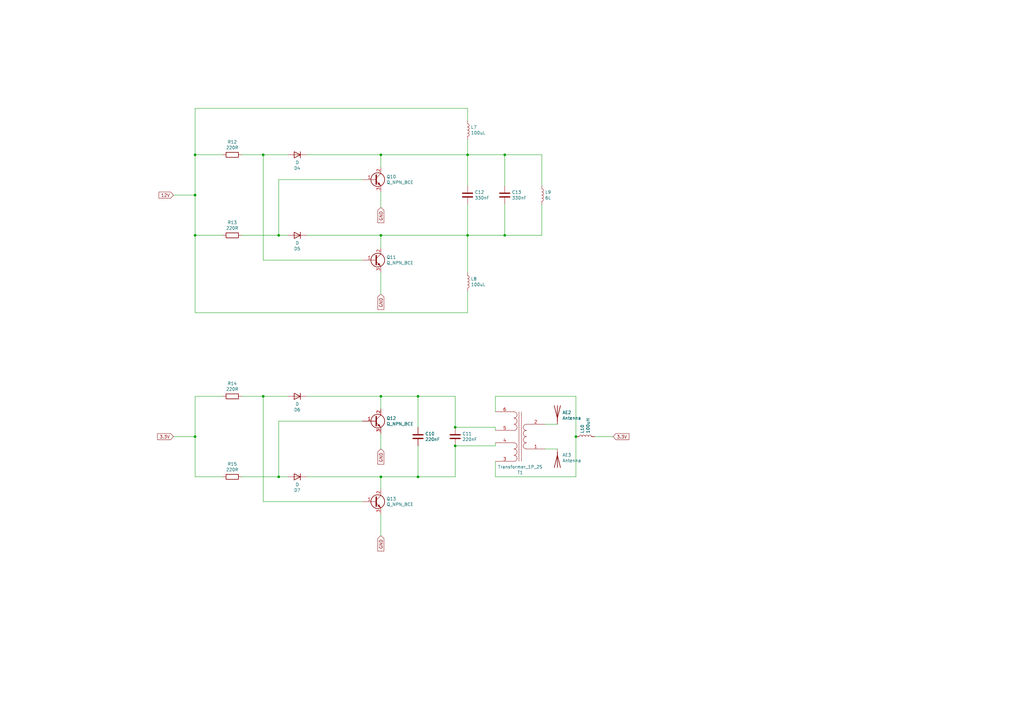
<source format=kicad_sch>
(kicad_sch (version 20211123) (generator eeschema)
  (paper "A3")
  (title_block (date "2022-03-09"))
  (lib_symbols
    (symbol "Device:Antenna" (pin_numbers hide) (pin_names (offset 1.016) hide)
      (property "Reference" "AE" (at -1.905 1.905 0))
      (property "Value" "Antenna" (at -1.905 0 0))
      (symbol "Antenna_0_1"
        (polyline (pts (xy 0 2.54) (xy 0 -3.81)) (stroke (width 0.254)))
        (polyline (pts (xy 1.27 2.54) (xy 0 -2.54) (xy -1.27 2.54)) (stroke (width 0.254)))
      )
      (symbol "Antenna_1_1"
        (pin input line (at 0 -5.08 90) (length 2.54) (name "A") (number "1"))
      )
    )
    (symbol "Device:C" (pin_numbers hide) (pin_names (offset 0.254))
      (property "Reference" "C" (at 0.635 2.54 0))
      (property "Value" "C" (at 0.635 -2.54 0))
      (symbol "C_0_1"
        (polyline (pts (xy -2.032 -0.762) (xy 2.032 -0.762)) (stroke (width 0.508)))
        (polyline (pts (xy -2.032 0.762) (xy 2.032 0.762)) (stroke (width 0.508)))
      )
      (symbol "C_1_1"
        (pin passive line (at 0 3.81 270) (length 2.794) (name "~") (number "1"))
        (pin passive line (at 0 -3.81 90) (length 2.794) (name "~") (number "2"))
      )
    )
    (symbol "Device:D" (pin_numbers hide) (pin_names (offset 1.016) hide)
      (property "Reference" "D" (at 0 2.54 0))
      (property "Value" "D" (at 0 -2.54 0))
      (symbol "D_0_1"
        (polyline (pts (xy -1.27 1.27) (xy -1.27 -1.27)) (stroke (width 0.254)))
        (polyline (pts (xy 1.27 0) (xy -1.27 0)))
        (polyline (pts (xy 1.27 1.27) (xy 1.27 -1.27) (xy -1.27 0) (xy 1.27 1.27)) (stroke (width 0.254)))
      )
      (symbol "D_1_1"
        (pin passive line (at -3.81 0 0) (length 2.54) (name "K") (number "1"))
        (pin passive line (at 3.81 0 180) (length 2.54) (name "A") (number "2"))
      )
    )
    (symbol "Device:L" (pin_numbers hide) (pin_names (offset 1.016) hide)
      (property "Reference" "L" (at -1.27 0 90))
      (property "Value" "L" (at 1.905 0 90))
      (symbol "L_0_1"
        (arc (start 0 -2.54) (mid 0.635 -1.905) (end 0 -1.27))
        (arc (start 0 -1.27) (mid 0.635 -0.635) (end 0 0))
        (arc (start 0 0) (mid 0.635 0.635) (end 0 1.27))
        (arc (start 0 1.27) (mid 0.635 1.905) (end 0 2.54))
      )
      (symbol "L_1_1"
        (pin passive line (at 0 3.81 270) (length 1.27) (name "1") (number "1"))
        (pin passive line (at 0 -3.81 90) (length 1.27) (name "2") (number "2"))
      )
    )
    (symbol "Device:Q_NPN_BCE" (pin_names (offset 0) hide)
      (property "Reference" "Q" (at 5.08 1.27 0))
      (property "Value" "Q_NPN_BCE" (at 5.08 -1.27 0))
      (symbol "Q_NPN_BCE_0_1"
        (polyline (pts (xy 0.635 0.635) (xy 2.54 2.54)))
        (polyline (pts (xy 0.635 -0.635) (xy 2.54 -2.54) (xy 2.54 -2.54)))
        (polyline (pts (xy 0.635 1.905) (xy 0.635 -1.905) (xy 0.635 -1.905)) (stroke (width 0.508)))
        (polyline (pts (xy 1.27 -1.778) (xy 1.778 -1.27) (xy 2.286 -2.286) (xy 1.27 -1.778) (xy 1.27 -1.778)) (fill (type outline)))
        (circle (center 1.27 0) (radius 2.8194) (stroke (width 0.254)))
      )
      (symbol "Q_NPN_BCE_1_1"
        (pin input line (at -5.08 0 0) (length 5.715) (name "B") (number "1"))
        (pin passive line (at 2.54 5.08 270) (length 2.54) (name "C") (number "2"))
        (pin passive line (at 2.54 -5.08 90) (length 2.54) (name "E") (number "3"))
      )
    )
    (symbol "Device:R" (pin_numbers hide) (pin_names (offset 0))
      (property "Reference" "R" (at 2.032 0 90))
      (property "Value" "R" (at 0 0 90))
      (symbol "R_0_1"
        (rectangle (start -1.016 -2.54) (end 1.016 2.54) (stroke (width 0.254)))
      )
      (symbol "R_1_1"
        (pin passive line (at 0 3.81 270) (length 1.27) (name "~") (number "1"))
        (pin passive line (at 0 -3.81 90) (length 1.27) (name "~") (number "2"))
      )
    )
    (symbol "Device:Transformer_1P_2S" (pin_names (offset 1.016) hide)
      (property "Reference" "T" (at 0 12.7 0))
      (property "Value" "Transformer_1P_2S" (at 0 -12.7 0))
      (symbol "Transformer_1P_2S_0_1"
        (arc (start -2.54 -5.0546) (mid -1.6561 -4.6863) (end -1.27 -3.81))
        (arc (start -2.54 -2.5146) (mid -1.6561 -2.1463) (end -1.27 -1.27))
        (arc (start -2.54 0.0254) (mid -1.6561 0.3937) (end -1.27 1.27))
        (arc (start -2.54 2.5654) (mid -1.6561 2.9337) (end -1.27 3.81))
        (arc (start -1.27 -3.81) (mid -1.642 -2.912) (end -2.54 -2.54))
        (arc (start -1.27 -1.27) (mid -1.642 -0.372) (end -2.54 0))
        (arc (start -1.27 1.27) (mid -1.642 2.168) (end -2.54 2.54))
        (arc (start -1.27 3.81) (mid -1.642 4.708) (end -2.54 5.08))
        (polyline (pts (xy -0.508 -10.16) (xy -0.508 10.16)))
        (polyline (pts (xy 0.508 10.16) (xy 0.508 -10.16)))
        (arc (start 1.2954 -8.89) (mid 1.6599 -9.7701) (end 2.54 -10.1346))
        (arc (start 1.2954 -6.35) (mid 1.6599 -7.2301) (end 2.54 -7.5946))
        (arc (start 1.2954 -3.81) (mid 1.6599 -4.6901) (end 2.54 -5.0546))
        (arc (start 1.2954 3.81) (mid 1.6599 2.9299) (end 2.54 2.5654))
        (arc (start 1.2954 6.35) (mid 1.6599 5.4699) (end 2.54 5.1054))
        (arc (start 1.2954 8.89) (mid 1.6599 8.0099) (end 2.54 7.6454))
        (arc (start 2.54 -7.62) (mid 1.6456 -7.9883) (end 1.2954 -8.89))
        (arc (start 2.54 -5.08) (mid 1.6456 -5.4483) (end 1.2954 -6.35))
        (arc (start 2.54 -2.54) (mid 1.6456 -2.9083) (end 1.2954 -3.81))
        (arc (start 2.54 5.08) (mid 1.6456 4.7117) (end 1.2954 3.81))
        (arc (start 2.54 7.62) (mid 1.6456 7.2517) (end 1.2954 6.35))
        (arc (start 2.54 10.16) (mid 1.6456 9.7917) (end 1.2954 8.89))
      )
      (symbol "Transformer_1P_2S_1_1"
        (pin passive line (at -10.16 5.08 0) (length 7.62) (name "AA") (number "1"))
        (pin passive line (at -10.16 -5.08 0) (length 7.62) (name "AB") (number "2"))
        (pin passive line (at 10.16 10.16 180) (length 7.62) (name "SA") (number "3"))
        (pin passive line (at 10.16 2.54 180) (length 7.62) (name "SB") (number "4"))
        (pin passive line (at 10.16 -2.54 180) (length 7.62) (name "SC") (number "5"))
        (pin passive line (at 10.16 -10.16 180) (length 7.62) (name "SD") (number "6"))
      )
    )
  )
  (junction (at 186.69 182.88))
  (junction (at 80.01 96.52))
  (junction (at 80.01 179.07))
  (junction (at 186.69 175.26))
  (junction (at 156.21 96.52))
  (junction (at 114.3 96.52))
  (junction (at 207.01 63.5))
  (junction (at 156.21 195.58))
  (junction (at 171.45 195.58))
  (junction (at 80.01 80.01))
  (junction (at 236.22 179.07))
  (junction (at 171.45 162.56))
  (junction (at 114.3 195.58))
  (junction (at 191.77 63.5))
  (junction (at 156.21 63.5))
  (junction (at 107.95 63.5))
  (junction (at 156.21 162.56))
  (junction (at 107.95 162.56))
  (junction (at 191.77 96.52))
  (junction (at 80.01 63.5))
  (junction (at 207.01 96.52))
  (wire (pts (xy 99.06 63.5) (xy 107.95 63.5)))
  (wire (pts (xy 80.01 96.52) (xy 91.44 96.52)))
  (wire (pts (xy 203.2 182.88) (xy 203.2 181.61)))
  (wire (pts (xy 236.22 179.07) (xy 236.22 195.58)))
  (wire (pts (xy 243.84 179.07) (xy 251.46 179.07)))
  (wire (pts (xy 148.59 73.66) (xy 114.3 73.66)))
  (wire (pts (xy 156.21 101.6) (xy 156.21 96.52)))
  (wire (pts (xy 71.12 80.01) (xy 80.01 80.01)))
  (wire (pts (xy 191.77 63.5) (xy 191.77 57.15)))
  (wire (pts (xy 91.44 162.56) (xy 80.01 162.56)))
  (wire (pts (xy 203.2 168.91) (xy 203.2 162.56)))
  (wire (pts (xy 80.01 80.01) (xy 80.01 96.52)))
  (wire (pts (xy 156.21 78.74) (xy 156.21 85.09)))
  (wire (pts (xy 156.21 210.82) (xy 156.21 219.71)))
  (wire (pts (xy 80.01 195.58) (xy 91.44 195.58)))
  (wire (pts (xy 148.59 106.68) (xy 107.95 106.68)))
  (wire (pts (xy 203.2 162.56) (xy 236.22 162.56)))
  (wire (pts (xy 80.01 63.5) (xy 80.01 44.45)))
  (wire (pts (xy 203.2 189.23) (xy 203.2 195.58)))
  (wire (pts (xy 125.73 96.52) (xy 156.21 96.52)))
  (wire (pts (xy 191.77 96.52) (xy 207.01 96.52)))
  (wire (pts (xy 80.01 44.45) (xy 191.77 44.45)))
  (wire (pts (xy 91.44 63.5) (xy 80.01 63.5)))
  (wire (pts (xy 203.2 195.58) (xy 236.22 195.58)))
  (wire (pts (xy 207.01 83.82) (xy 207.01 96.52)))
  (wire (pts (xy 186.69 182.88) (xy 186.69 195.58)))
  (wire (pts (xy 148.59 205.74) (xy 107.95 205.74)))
  (wire (pts (xy 107.95 63.5) (xy 118.11 63.5)))
  (wire (pts (xy 156.21 111.76) (xy 156.21 120.65)))
  (wire (pts (xy 191.77 63.5) (xy 191.77 76.2)))
  (wire (pts (xy 80.01 162.56) (xy 80.01 179.07)))
  (wire (pts (xy 236.22 162.56) (xy 236.22 179.07)))
  (wire (pts (xy 156.21 200.66) (xy 156.21 195.58)))
  (wire (pts (xy 207.01 96.52) (xy 222.25 96.52)))
  (wire (pts (xy 114.3 172.72) (xy 114.3 195.58)))
  (wire (pts (xy 156.21 162.56) (xy 171.45 162.56)))
  (wire (pts (xy 114.3 96.52) (xy 99.06 96.52)))
  (wire (pts (xy 156.21 177.8) (xy 156.21 184.15)))
  (wire (pts (xy 80.01 96.52) (xy 80.01 128.27)))
  (wire (pts (xy 99.06 162.56) (xy 107.95 162.56)))
  (wire (pts (xy 171.45 162.56) (xy 171.45 175.26)))
  (wire (pts (xy 207.01 63.5) (xy 222.25 63.5)))
  (wire (pts (xy 125.73 162.56) (xy 156.21 162.56)))
  (wire (pts (xy 107.95 162.56) (xy 107.95 205.74)))
  (wire (pts (xy 71.12 179.07) (xy 80.01 179.07)))
  (wire (pts (xy 125.73 63.5) (xy 156.21 63.5)))
  (wire (pts (xy 222.25 76.2) (xy 222.25 63.5)))
  (wire (pts (xy 156.21 63.5) (xy 191.77 63.5)))
  (wire (pts (xy 80.01 179.07) (xy 80.01 195.58)))
  (wire (pts (xy 156.21 162.56) (xy 156.21 167.64)))
  (wire (pts (xy 222.25 83.82) (xy 222.25 96.52)))
  (wire (pts (xy 171.45 195.58) (xy 171.45 182.88)))
  (wire (pts (xy 125.73 195.58) (xy 156.21 195.58)))
  (wire (pts (xy 186.69 175.26) (xy 203.2 175.26)))
  (wire (pts (xy 114.3 195.58) (xy 118.11 195.58)))
  (wire (pts (xy 203.2 175.26) (xy 203.2 176.53)))
  (wire (pts (xy 114.3 195.58) (xy 99.06 195.58)))
  (wire (pts (xy 80.01 63.5) (xy 80.01 80.01)))
  (wire (pts (xy 171.45 195.58) (xy 186.69 195.58)))
  (wire (pts (xy 191.77 128.27) (xy 191.77 119.38)))
  (wire (pts (xy 191.77 96.52) (xy 191.77 83.82)))
  (wire (pts (xy 171.45 162.56) (xy 186.69 162.56)))
  (wire (pts (xy 207.01 63.5) (xy 207.01 76.2)))
  (wire (pts (xy 114.3 73.66) (xy 114.3 96.52)))
  (wire (pts (xy 148.59 172.72) (xy 114.3 172.72)))
  (wire (pts (xy 191.77 111.76) (xy 191.77 96.52)))
  (wire (pts (xy 191.77 44.45) (xy 191.77 49.53)))
  (wire (pts (xy 156.21 195.58) (xy 171.45 195.58)))
  (wire (pts (xy 80.01 128.27) (xy 191.77 128.27)))
  (wire (pts (xy 191.77 63.5) (xy 207.01 63.5)))
  (wire (pts (xy 107.95 63.5) (xy 107.95 106.68)))
  (wire (pts (xy 223.52 173.99) (xy 228.6 173.99)))
  (wire (pts (xy 156.21 96.52) (xy 191.77 96.52)))
  (wire (pts (xy 186.69 162.56) (xy 186.69 175.26)))
  (wire (pts (xy 223.52 184.15) (xy 228.6 184.15)))
  (wire (pts (xy 156.21 63.5) (xy 156.21 68.58)))
  (wire (pts (xy 114.3 96.52) (xy 118.11 96.52)))
  (wire (pts (xy 107.95 162.56) (xy 118.11 162.56)))
  (wire (pts (xy 186.69 182.88) (xy 203.2 182.88)))
  (global_label "3.3V" (shape input) (at 71.12 179.07 180) (property "Intersheet References" "${INTERSHEET_REFS}" (effects hide)))
  (global_label "12V" (shape input) (at 71.12 80.01 180) (property "Intersheet References" "${INTERSHEET_REFS}" (effects hide)))
  (global_label "GND" (shape input) (at 156.21 85.09 270) (property "Intersheet References" "${INTERSHEET_REFS}" (effects hide)))
  (global_label "GND" (shape input) (at 156.21 120.65 270) (property "Intersheet References" "${INTERSHEET_REFS}" (effects hide)))
  (global_label "GND" (shape input) (at 156.21 219.71 270) (property "Intersheet References" "${INTERSHEET_REFS}" (effects hide)))
  (global_label "3.3V" (shape input) (at 251.46 179.07 0) (property "Intersheet References" "${INTERSHEET_REFS}" (effects hide)))
  (global_label "GND" (shape input) (at 156.21 184.15 270) (property "Intersheet References" "${INTERSHEET_REFS}" (effects hide)))
  (symbol (lib_id "Device:R") (at 95.25 63.5 90) (unit 1)
    (property "Reference" "R12" (at 95.25 58.2422 90))
    (property "Value" "220R" (at 95.25 60.5536 90))
  )
  (symbol (lib_id "Device:C") (at 191.77 80.01 0) (unit 1)
    (property "Reference" "C12" (at 194.691 78.8416 0) (effects (justify left)))
    (property "Value" "330nF" (at 194.691 81.153 0) (effects (justify left)))
  )
  (symbol (lib_id "Device:L") (at 191.77 53.34 0) (unit 1)
    (property "Reference" "L7" (at 193.1162 52.1716 0) (effects (justify left)))
    (property "Value" "100uL" (at 193.1162 54.483 0) (effects (justify left)))
  )
  (symbol (lib_id "Device:Q_NPN_BCE") (at 153.67 73.66 0) (unit 1)
    (property "Reference" "Q10" (at 158.5214 72.4916 0) (effects (justify left)))
    (property "Value" "Q_NPN_BCE" (at 158.5214 74.803 0) (effects (justify left)))
  )
  (symbol (lib_id "Device:D") (at 121.92 63.5 180) (unit 1)
    (property "Reference" "D4" (at 121.92 68.9864 0))
    (property "Value" "D" (at 121.92 66.675 0))
  )
  (symbol (lib_id "Device:R") (at 95.25 96.52 90) (unit 1)
    (property "Reference" "R13" (at 95.25 91.2622 90))
    (property "Value" "220R" (at 95.25 93.5736 90))
  )
  (symbol (lib_id "Device:C") (at 207.01 80.01 0) (unit 1)
    (property "Reference" "C13" (at 209.931 78.8416 0) (effects (justify left)))
    (property "Value" "330nF" (at 209.931 81.153 0) (effects (justify left)))
  )
  (symbol (lib_id "Device:L") (at 191.77 115.57 0) (unit 1)
    (property "Reference" "L8" (at 193.1162 114.4016 0) (effects (justify left)))
    (property "Value" "100uL" (at 193.1162 116.713 0) (effects (justify left)))
  )
  (symbol (lib_id "Device:Q_NPN_BCE") (at 153.67 106.68 0) (unit 1)
    (property "Reference" "Q11" (at 158.5214 105.5116 0) (effects (justify left)))
    (property "Value" "Q_NPN_BCE" (at 158.5214 107.823 0) (effects (justify left)))
  )
  (symbol (lib_id "Device:D") (at 121.92 96.52 180) (unit 1)
    (property "Reference" "D5" (at 121.92 102.0064 0))
    (property "Value" "D" (at 121.92 99.695 0))
  )
  (symbol (lib_id "Device:L") (at 222.25 80.01 0) (unit 1)
    (property "Reference" "L9" (at 223.5708 78.8416 0) (effects (justify left)))
    (property "Value" "6L" (at 223.5708 81.153 0) (effects (justify left)))
  )
  (symbol (lib_id "Device:R") (at 95.25 162.56 90) (unit 1)
    (property "Reference" "R14" (at 95.25 157.3022 90))
    (property "Value" "220R" (at 95.25 159.6136 90))
  )
  (symbol (lib_id "Device:C") (at 171.45 179.07 0) (unit 1)
    (property "Reference" "C10" (at 174.371 177.9016 0) (effects (justify left)))
    (property "Value" "220nF" (at 174.371 180.213 0) (effects (justify left)))
  )
  (symbol (lib_id "Device:Q_NPN_BCE") (at 153.67 172.72 0) (unit 1)
    (property "Reference" "Q12" (at 158.5214 171.5516 0) (effects (justify left)))
    (property "Value" "Q_NPN_BCE" (at 158.5214 173.863 0) (effects (justify left)))
  )
  (symbol (lib_id "Device:D") (at 121.92 162.56 180) (unit 1)
    (property "Reference" "D6" (at 121.92 168.0464 0))
    (property "Value" "D" (at 121.92 165.735 0))
  )
  (symbol (lib_id "Device:R") (at 95.25 195.58 90) (unit 1)
    (property "Reference" "R15" (at 95.25 190.3222 90))
    (property "Value" "220R" (at 95.25 192.6336 90))
  )
  (symbol (lib_id "Device:C") (at 186.69 179.07 0) (unit 1)
    (property "Reference" "C11" (at 189.611 177.9016 0) (effects (justify left)))
    (property "Value" "220nF" (at 189.611 180.213 0) (effects (justify left)))
  )
  (symbol (lib_id "Device:Q_NPN_BCE") (at 153.67 205.74 0) (unit 1)
    (property "Reference" "Q13" (at 158.5214 204.5716 0) (effects (justify left)))
    (property "Value" "Q_NPN_BCE" (at 158.5214 206.883 0) (effects (justify left)))
  )
  (symbol (lib_id "Device:D") (at 121.92 195.58 180) (unit 1)
    (property "Reference" "D7" (at 121.92 201.0664 0))
    (property "Value" "D" (at 121.92 198.755 0))
  )
  (symbol (lib_id "Device:L") (at 240.03 179.07 90) (unit 1)
    (property "Reference" "L10" (at 238.8616 177.7492 0) (effects (justify left)))
    (property "Value" "100uH" (at 241.173 177.7492 0) (effects (justify left)))
  )
  (symbol (lib_id "Device:Transformer_1P_2S") (at 213.36 179.07 180) (unit 1)
    (property "Reference" "T1" (at 213.36 193.8274 0))
    (property "Value" "Transformer_1P_2S" (at 213.36 191.516 0))
  )
  (symbol (lib_id "Device:Antenna") (at 228.6 168.91 0) (unit 1)
    (property "Reference" "AE2" (at 230.632 169.1894 0) (effects (justify left)))
    (property "Value" "Antenna" (at 230.632 171.5008 0) (effects (justify left)))
  )
  (symbol (lib_id "Device:Antenna") (at 228.6 189.23 180) (unit 1)
    (property "Reference" "AE3" (at 230.632 186.6138 0) (effects (justify right)))
    (property "Value" "Antenna" (at 230.632 188.9252 0) (effects (justify right)))
  )
)
</source>
